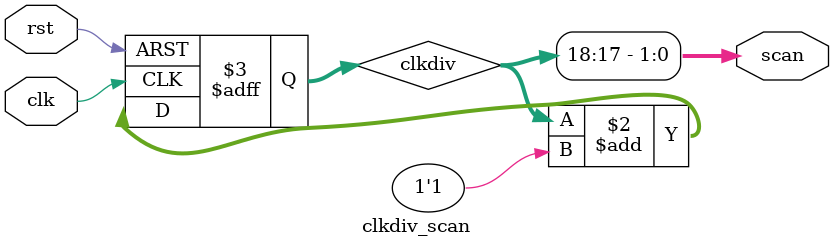
<source format=v>
`timescale 1ns / 1ps
module clkdiv_scan(
			input clk,
			input rst,
			output [1:0] scan
    );
	 reg [31:0] clkdiv;
	always @ (posedge clk or posedge rst) begin
		if (rst) clkdiv<=0;
		else clkdiv<=clkdiv+1'b1;
	end
	
	assign scan = clkdiv[18:17];
	
endmodule

</source>
